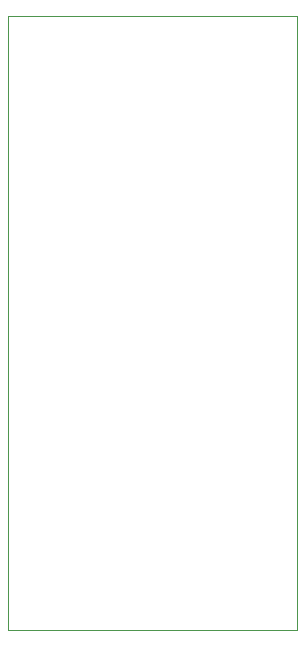
<source format=gm1>
G04 #@! TF.GenerationSoftware,KiCad,Pcbnew,(5.1.9)-1*
G04 #@! TF.CreationDate,2023-07-24T12:28:25+01:00*
G04 #@! TF.ProjectId,ezPLAv2.0_TestPCB,657a504c-4176-4322-9e30-5f5465737450,v2.0 TEST PCB*
G04 #@! TF.SameCoordinates,Original*
G04 #@! TF.FileFunction,Profile,NP*
%FSLAX46Y46*%
G04 Gerber Fmt 4.6, Leading zero omitted, Abs format (unit mm)*
G04 Created by KiCad (PCBNEW (5.1.9)-1) date 2023-07-24 12:28:25*
%MOMM*%
%LPD*%
G01*
G04 APERTURE LIST*
G04 #@! TA.AperFunction,Profile*
%ADD10C,0.050000*%
G04 #@! TD*
G04 APERTURE END LIST*
D10*
X160000000Y-99000000D02*
X135500000Y-99000000D01*
X160000000Y-151040000D02*
X160000000Y-99000000D01*
X135500000Y-151040000D02*
X160000000Y-151040000D01*
X135500000Y-99000000D02*
X135500000Y-151040000D01*
M02*

</source>
